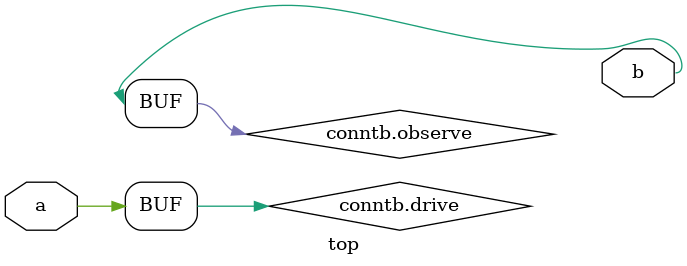
<source format=sv>



interface ConnectTB;
  logic drive;
  logic observe;
  modport dut (
    input drive,
    output observe
  );
  modport tb (
    output drive,
    input observe
  );
endinterface

module DUT (ConnectTB.dut intf);
  SUB sub1(.inp(intf.drive), .out(intf.observe));
endmodule

module SUB (input wire inp, output reg out);
  assign out = inp;
endmodule

module top(input wire a, output reg b);
  ConnectTB conntb();
  assign conntb.drive = a;
  assign b = conntb.observe;
  DUT dut(conntb);
//  TESTBENCH tb(conntb);
endmodule

</source>
